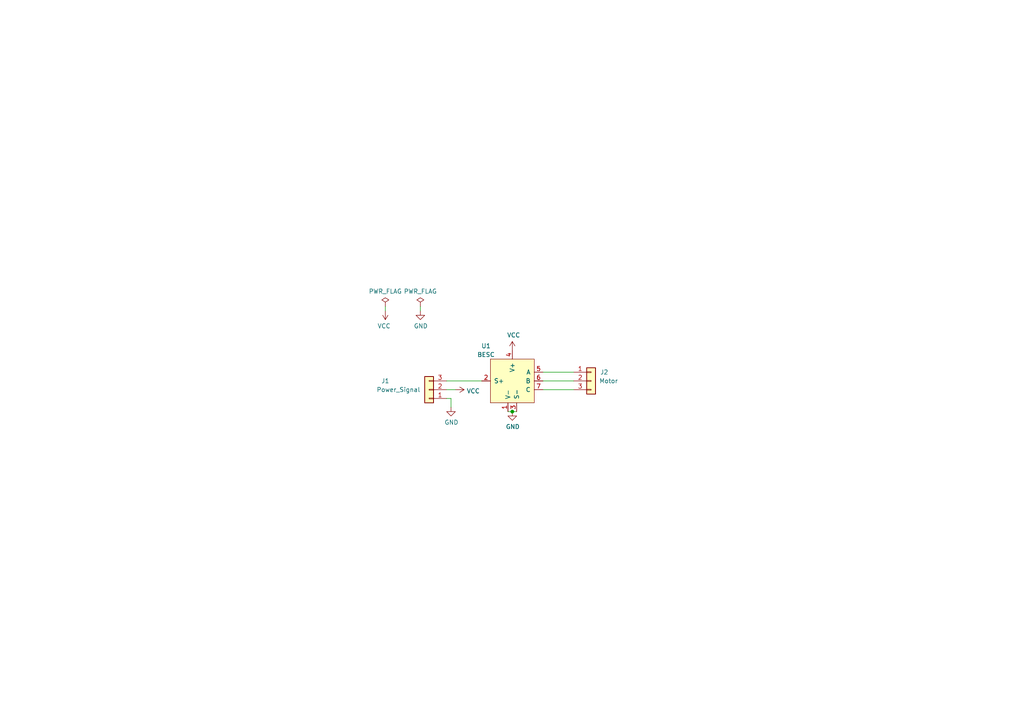
<source format=kicad_sch>
(kicad_sch (version 20211123) (generator eeschema)
  (paper "A4")
  (lib_symbols
    (symbol "BESC:BESC" (pin_names (offset 1.016))
      (property "Reference" "U?" (at -5.08 12.7 0))
      (property "Value" "BESC" (at -5.08 10.16 0))
      (symbol "BESC_0_1"
        (rectangle (start -6.35 6.35) (end 6.35 -6.35) (fill (type background)))
      )
      (symbol "BESC_1_1"
        (pin power_in line (at -1.27 -8.89 90) (length 2.54) (name "V-") (number "1"))
        (pin input line (at -8.89 0 0) (length 2.54) (name "S+") (number "2"))
        (pin input line (at 1.27 -8.89 90) (length 2.54) (name "S-") (number "3"))
        (pin power_in line (at 0 8.89 270) (length 2.54) (name "V+") (number "4"))
        (pin power_out line (at 8.89 2.54 180) (length 2.54) (name "A") (number "5"))
        (pin power_out line (at 8.89 0 180) (length 2.54) (name "B") (number "6"))
        (pin power_out line (at 8.89 -2.54 180) (length 2.54) (name "C") (number "7"))
      )
    )
    (symbol "Connector_Generic:Conn_01x03" (pin_names (offset 1.016) hide)
      (property "Reference" "J" (at 0 5.08 0))
      (property "Value" "Conn_01x03" (at 0 -5.08 0))
      (symbol "Conn_01x03_1_1"
        (rectangle (start -1.27 -2.413) (end 0 -2.667) (stroke (width 0.1524)))
        (rectangle (start -1.27 0.127) (end 0 -0.127) (stroke (width 0.1524)))
        (rectangle (start -1.27 2.667) (end 0 2.413) (stroke (width 0.1524)))
        (rectangle (start -1.27 3.81) (end 1.27 -3.81) (stroke (width 0.254)) (fill (type background)))
        (pin passive line (at -5.08 2.54 0) (length 3.81) (name "Pin_1") (number "1"))
        (pin passive line (at -5.08 0 0) (length 3.81) (name "Pin_2") (number "2"))
        (pin passive line (at -5.08 -2.54 0) (length 3.81) (name "Pin_3") (number "3"))
      )
    )
    (symbol "power:GND" (power) (pin_names (offset 0))
      (property "Value" "GND" (at 0 -3.81 0))
      (symbol "GND_0_1"
        (polyline (pts (xy 0 0) (xy 0 -1.27) (xy 1.27 -1.27) (xy 0 -2.54) (xy -1.27 -1.27) (xy 0 -1.27)))
      )
      (symbol "GND_1_1"
        (pin power_in line (at 0 0 270) (length 0) hide (name "GND") (number "1"))
      )
    )
    (symbol "power:PWR_FLAG" (power) (pin_numbers hide) (pin_names (offset 0) hide)
      (property "Value" "PWR_FLAG" (at 0 3.81 0))
      (symbol "PWR_FLAG_0_0"
        (pin power_out line (at 0 0 90) (length 0) (name "pwr") (number "1"))
      )
      (symbol "PWR_FLAG_0_1"
        (polyline (pts (xy 0 0) (xy 0 1.27) (xy -1.016 1.905) (xy 0 2.54) (xy 1.016 1.905) (xy 0 1.27)))
      )
    )
    (symbol "power:VCC" (power) (pin_names (offset 0))
      (property "Value" "VCC" (at 0 3.81 0))
      (symbol "VCC_0_1"
        (polyline (pts (xy -0.762 1.27) (xy 0 2.54)))
        (polyline (pts (xy 0 0) (xy 0 2.54)))
        (polyline (pts (xy 0 2.54) (xy 0.762 1.27)))
      )
      (symbol "VCC_1_1"
        (pin power_in line (at 0 0 90) (length 0) hide (name "VCC") (number "1"))
      )
    )
  )
  (junction (at 148.59 119.38))
  (wire (pts (xy 121.92 90.17) (xy 121.92 88.9)))
  (wire (pts (xy 148.59 119.38) (xy 149.86 119.38)))
  (wire (pts (xy 157.48 107.95) (xy 166.37 107.95)))
  (wire (pts (xy 129.54 113.03) (xy 132.08 113.03)))
  (wire (pts (xy 147.32 119.38) (xy 148.59 119.38)))
  (wire (pts (xy 129.54 110.49) (xy 139.7 110.49)))
  (wire (pts (xy 130.81 115.57) (xy 130.81 118.11)))
  (wire (pts (xy 157.48 113.03) (xy 166.37 113.03)))
  (wire (pts (xy 157.48 110.49) (xy 166.37 110.49)))
  (wire (pts (xy 111.76 90.17) (xy 111.76 88.9)))
  (wire (pts (xy 129.54 115.57) (xy 130.81 115.57)))
  (symbol (lib_id "BESC:BESC") (at 148.59 110.49 0) (unit 1)
    (property "Reference" "U1" (at 140.97 100.33 0))
    (property "Value" "BESC" (at 140.97 102.87 0))
    (property "Footprint" "BESC:BESC" (effects hide))
  )
  (symbol (lib_id "Connector_Generic:Conn_01x03") (at 124.46 113.03 180) (unit 1)
    (property "Reference" "J1" (at 111.76 110.49 0))
    (property "Value" "Power_Signal" (at 115.57 113.03 0))
    (property "Footprint" "extraparts:Samtec_mPOWER_UMPS_3pin" (effects hide))
  )
  (symbol (lib_id "Connector_Generic:Conn_01x03") (at 171.45 110.49 0) (unit 1)
    (property "Reference" "J2" (at 175.26 107.95 0))
    (property "Value" "Motor" (at 176.53 110.49 0))
    (property "Footprint" "extraparts:Samtec_mPOWER_UMPS_3pin" (effects hide))
  )
  (symbol (lib_id "power:GND") (at 148.59 119.38 0) (unit 1)
    (property "Reference" "#PWR06" (effects hide))
    (property "Value" "GND" (at 148.717 123.7742 0))
  )
  (symbol (lib_id "power:VCC") (at 148.59 101.6 0) (unit 1)
    (property "Reference" "#PWR05" (effects hide))
    (property "Value" "VCC" (at 148.971 97.2058 0))
  )
  (symbol (lib_id "power:VCC") (at 132.08 113.03 270) (unit 1)
    (property "Reference" "#PWR04" (effects hide))
    (property "Value" "VCC" (at 135.3312 113.411 90) (effects (justify left)))
  )
  (symbol (lib_id "power:GND") (at 130.81 118.11 0) (unit 1)
    (property "Reference" "#PWR03" (effects hide))
    (property "Value" "GND" (at 130.937 122.5042 0))
  )
  (symbol (lib_id "power:PWR_FLAG") (at 111.76 88.9 0) (unit 1)
    (property "Reference" "#FLG01" (effects hide))
    (property "Value" "PWR_FLAG" (at 111.76 84.5058 0))
  )
  (symbol (lib_id "power:PWR_FLAG") (at 121.92 88.9 0) (unit 1)
    (property "Reference" "#FLG02" (effects hide))
    (property "Value" "PWR_FLAG" (at 121.92 84.5058 0))
  )
  (symbol (lib_id "power:VCC") (at 111.76 90.17 180) (unit 1)
    (property "Reference" "#PWR01" (effects hide))
    (property "Value" "VCC" (at 111.379 94.5642 0))
  )
  (symbol (lib_id "power:GND") (at 121.92 90.17 0) (unit 1)
    (property "Reference" "#PWR02" (effects hide))
    (property "Value" "GND" (at 122.047 94.5642 0))
  )
)
</source>
